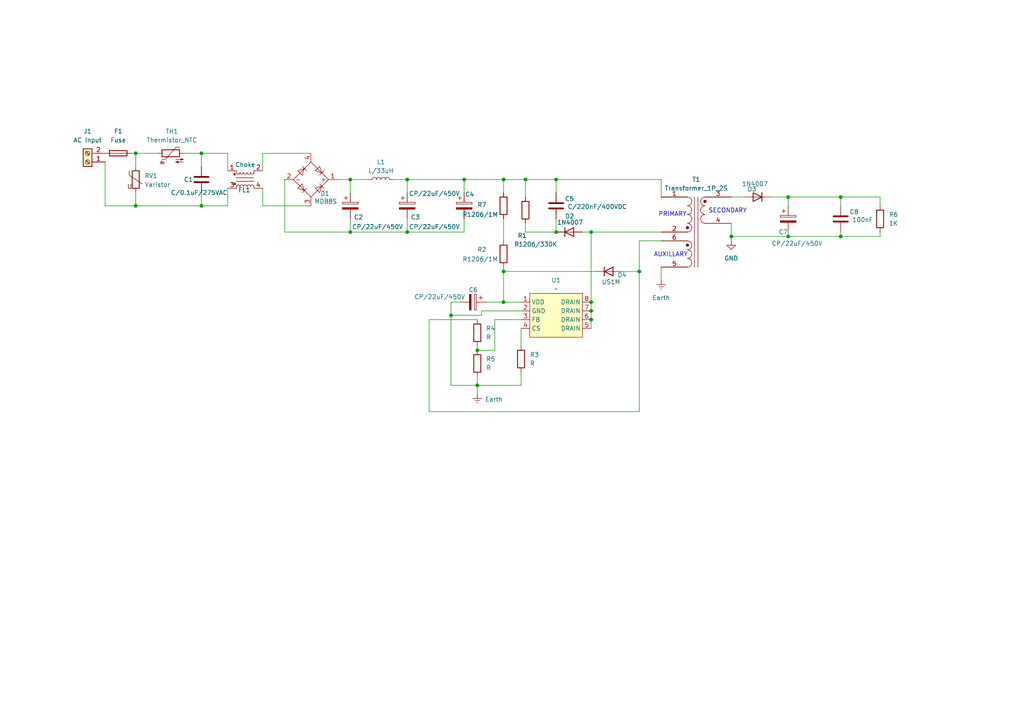
<source format=kicad_sch>
(kicad_sch (version 20231120) (generator "eeschema") (generator_version "8.0")
  (paper "A4")
  (lib_symbols
    (symbol "Connector:Screw_Terminal_01x02" (pin_names (offset 1.016) hide)
      (property "Reference" "J" (at 0 2.54 0))
      (property "Value" "Screw_Terminal_01x02" (at 0 -5.08 0))
      (symbol "Screw_Terminal_01x02_1_1"
        (rectangle (start -1.27 1.27) (end 1.27 -3.81) (stroke (width 0.254)) (fill (type background)))
        (circle (center 0 -2.54) (radius 0.635) (stroke (width 0.1524)))
        (polyline (pts (xy -0.5334 -2.2098) (xy 0.3302 -3.048)) (stroke (width 0.1524)))
        (polyline (pts (xy -0.5334 0.3302) (xy 0.3302 -0.508)) (stroke (width 0.1524)))
        (polyline (pts (xy -0.3556 -2.032) (xy 0.508 -2.8702)) (stroke (width 0.1524)))
        (polyline (pts (xy -0.3556 0.508) (xy 0.508 -0.3302)) (stroke (width 0.1524)))
        (circle (center 0 0) (radius 0.635) (stroke (width 0.1524)))
        (pin passive line (at -5.08 0 0) (length 3.81) (name "Pin_1") (number "1"))
        (pin passive line (at -5.08 -2.54 0) (length 3.81) (name "Pin_2") (number "2"))
      )
    )
    (symbol "Device:C" (pin_numbers hide) (pin_names (offset 0.254))
      (property "Reference" "C" (at 0.635 2.54 0))
      (property "Value" "C" (at 0.635 -2.54 0))
      (symbol "C_0_1"
        (polyline (pts (xy -2.032 -0.762) (xy 2.032 -0.762)) (stroke (width 0.508)))
        (polyline (pts (xy -2.032 0.762) (xy 2.032 0.762)) (stroke (width 0.508)))
      )
      (symbol "C_1_1"
        (pin passive line (at 0 3.81 270) (length 2.794) (name "~") (number "1"))
        (pin passive line (at 0 -3.81 90) (length 2.794) (name "~") (number "2"))
      )
    )
    (symbol "Device:C_Polarized" (pin_numbers hide) (pin_names (offset 0.254))
      (property "Reference" "C" (at 0.635 2.54 0))
      (property "Value" "C_Polarized" (at 0.635 -2.54 0))
      (symbol "C_Polarized_0_1"
        (rectangle (start -2.286 0.508) (end 2.286 1.016))
        (polyline (pts (xy -1.778 2.286) (xy -0.762 2.286)))
        (polyline (pts (xy -1.27 2.794) (xy -1.27 1.778)))
        (rectangle (start 2.286 -0.508) (end -2.286 -1.016) (fill (type outline)))
      )
      (symbol "C_Polarized_1_1"
        (pin passive line (at 0 3.81 270) (length 2.794) (name "~") (number "1"))
        (pin passive line (at 0 -3.81 90) (length 2.794) (name "~") (number "2"))
      )
    )
    (symbol "Device:Fuse" (pin_numbers hide) (pin_names (offset 0))
      (property "Reference" "F" (at 2.032 0 90))
      (property "Value" "Fuse" (at -1.905 0 90))
      (symbol "Fuse_0_1"
        (rectangle (start -0.762 -2.54) (end 0.762 2.54) (stroke (width 0.254)))
        (polyline (pts (xy 0 2.54) (xy 0 -2.54)))
      )
      (symbol "Fuse_1_1"
        (pin passive line (at 0 3.81 270) (length 1.27) (name "~") (number "1"))
        (pin passive line (at 0 -3.81 90) (length 1.27) (name "~") (number "2"))
      )
    )
    (symbol "Device:L" (pin_numbers hide) (pin_names (offset 1.016) hide)
      (property "Reference" "L" (at -1.27 0 90))
      (property "Value" "L" (at 1.905 0 90))
      (symbol "L_0_1"
        (arc (start 0 -2.54) (mid 0.6323 -1.905) (end 0 -1.27))
        (arc (start 0 -1.27) (mid 0.6323 -0.635) (end 0 0))
        (arc (start 0 0) (mid 0.6323 0.635) (end 0 1.27))
        (arc (start 0 1.27) (mid 0.6323 1.905) (end 0 2.54))
      )
      (symbol "L_1_1"
        (pin passive line (at 0 3.81 270) (length 1.27) (name "1") (number "1"))
        (pin passive line (at 0 -3.81 90) (length 1.27) (name "2") (number "2"))
      )
    )
    (symbol "Device:R" (pin_numbers hide) (pin_names (offset 0))
      (property "Reference" "R" (at 2.032 0 90))
      (property "Value" "R" (at 0 0 90))
      (symbol "R_0_1"
        (rectangle (start -1.016 -2.54) (end 1.016 2.54) (stroke (width 0.254)))
      )
      (symbol "R_1_1"
        (pin passive line (at 0 3.81 270) (length 1.27) (name "~") (number "1"))
        (pin passive line (at 0 -3.81 90) (length 1.27) (name "~") (number "2"))
      )
    )
    (symbol "Device:Thermistor_NTC" (pin_numbers hide) (pin_names (offset 0))
      (property "Reference" "TH" (at -4.445 0 90))
      (property "Value" "Thermistor_NTC" (at 3.175 0 90))
      (symbol "Thermistor_NTC_0_1"
        (arc (start -3.048 2.159) (mid -3.0495 2.3143) (end -3.175 2.413))
        (arc (start -3.048 2.159) (mid -2.9736 1.9794) (end -2.794 1.905))
        (arc (start -3.048 2.794) (mid -2.9736 2.6144) (end -2.794 2.54))
        (arc (start -2.794 1.905) (mid -2.6144 1.9794) (end -2.54 2.159))
        (arc (start -2.794 2.54) (mid -2.4393 2.5587) (end -2.159 2.794))
        (arc (start -2.794 3.048) (mid -2.9736 2.9736) (end -3.048 2.794))
        (arc (start -2.54 2.794) (mid -2.6144 2.9736) (end -2.794 3.048))
        (rectangle (start -1.016 2.54) (end 1.016 -2.54) (stroke (width 0.254)))
        (polyline (pts (xy -2.54 2.159) (xy -2.54 2.794)))
        (polyline (pts (xy -1.778 2.54) (xy -1.778 1.524) (xy 1.778 -1.524) (xy 1.778 -2.54)))
        (polyline (pts (xy -2.54 -3.683) (xy -2.54 -1.397) (xy -2.794 -2.159) (xy -2.286 -2.159) (xy -2.54 -1.397) (xy -2.54 -1.651)) (fill (type outline)))
        (polyline (pts (xy -1.778 -1.397) (xy -1.778 -3.683) (xy -2.032 -2.921) (xy -1.524 -2.921) (xy -1.778 -3.683) (xy -1.778 -3.429)) (fill (type outline)))
      )
      (symbol "Thermistor_NTC_1_1"
        (pin passive line (at 0 3.81 270) (length 1.27) (name "~") (number "1"))
        (pin passive line (at 0 -3.81 90) (length 1.27) (name "~") (number "2"))
      )
    )
    (symbol "Device:Transformer_1P_2S" (pin_names (offset 1.016) hide)
      (property "Reference" "T1" (at 0 15.24 0))
      (property "Value" "Transformer_1P_2S" (at 0 12.7 0))
      (symbol "Transformer_1P_2S_0_1"
        (arc (start -2.54 -10.16) (mid -1.642 -9.788) (end -1.2954 -8.89))
        (arc (start -2.54 -7.62) (mid -1.642 -7.248) (end -1.2954 -6.35))
        (arc (start -2.54 -5.08) (mid -1.642 -4.708) (end -1.2954 -3.81))
        (arc (start -2.54 0.0254) (mid -1.6599 0.3899) (end -1.27 1.27))
        (arc (start -2.54 2.5654) (mid -1.6599 2.9299) (end -1.27 3.81))
        (arc (start -2.54 5.1054) (mid -1.6599 5.4699) (end -1.27 6.35))
        (arc (start -2.54 7.6454) (mid -1.6599 8.0099) (end -1.27 8.89))
        (arc (start -1.2954 -8.89) (mid -1.6599 -8.0099) (end -2.54 -7.6454))
        (arc (start -1.2954 -6.35) (mid -1.6599 -5.4699) (end -2.54 -5.1054))
        (arc (start -1.2954 -3.81) (mid -1.6599 -2.9299) (end -2.54 -2.5654))
        (arc (start -1.27 1.27) (mid -1.642 2.168) (end -2.54 2.54))
        (arc (start -1.27 3.81) (mid -1.642 4.708) (end -2.54 5.08))
        (arc (start -1.27 6.35) (mid -1.642 7.248) (end -2.54 7.62))
        (arc (start -1.27 8.89) (mid -1.642 9.788) (end -2.54 10.16))
        (polyline (pts (xy -0.508 -10.16) (xy -0.508 10.16)))
        (polyline (pts (xy 0.508 10.16) (xy 0.508 -10.16)))
        (arc (start 1.2954 3.81) (mid 1.6599 2.9299) (end 2.54 2.5654))
        (arc (start 1.2954 6.35) (mid 1.6599 5.4699) (end 2.54 5.1054))
        (arc (start 1.2954 8.89) (mid 1.6599 8.0099) (end 2.54 7.6454))
        (arc (start 2.54 5.08) (mid 1.642 4.708) (end 1.2954 3.81))
        (arc (start 2.54 7.62) (mid 1.642 7.248) (end 1.2954 6.35))
        (arc (start 2.54 10.16) (mid 1.642 9.788) (end 1.2954 8.89))
      )
      (symbol "Transformer_1P_2S_1_1"
        (circle (center -2.54 -3.81) (radius 0.381) (fill (type outline)))
        (circle (center -2.54 1.27) (radius 0.381) (fill (type outline)))
        (circle (center 2.54 8.89) (radius 0.381) (fill (type outline)))
        (pin passive line (at -10.16 10.16 0) (length 7.62) (name "AA") (number "1"))
        (pin passive line (at -10.16 0 0) (length 7.62) (name "AB") (number "2"))
        (pin passive line (at 10.16 10.16 180) (length 7.62) (name "SA") (number "3"))
        (pin passive line (at 10.16 2.54 180) (length 7.62) (name "SB") (number "4"))
        (pin passive line (at -10.16 -10.16 0) (length 7.62) (name "SC") (number "5"))
        (pin passive line (at -10.16 -2.54 0) (length 7.62) (name "SD") (number "6"))
      )
    )
    (symbol "Device:Varistor" (pin_numbers hide) (pin_names (offset 0))
      (property "Reference" "RV" (at 3.175 0 90))
      (property "Value" "Varistor" (at -3.175 0 90))
      (symbol "Varistor_0_0"
        (text "U" (at -1.778 -2.032 0) (effects (font (size 1.27 1.27))))
      )
      (symbol "Varistor_0_1"
        (rectangle (start -1.016 -2.54) (end 1.016 2.54) (stroke (width 0.254)))
        (polyline (pts (xy -1.905 2.54) (xy -1.905 1.27) (xy 1.905 -1.27)))
      )
      (symbol "Varistor_1_1"
        (pin passive line (at 0 3.81 270) (length 1.27) (name "~") (number "1"))
        (pin passive line (at 0 -3.81 90) (length 1.27) (name "~") (number "2"))
      )
    )
    (symbol "Diode:1N4007" (pin_numbers hide) (pin_names hide)
      (property "Reference" "D" (at 0 2.54 0))
      (property "Value" "1N4007" (at 0 -2.54 0))
      (symbol "1N4007_0_1"
        (polyline (pts (xy -1.27 1.27) (xy -1.27 -1.27)) (stroke (width 0.254)))
        (polyline (pts (xy 1.27 0) (xy -1.27 0)))
        (polyline (pts (xy 1.27 1.27) (xy 1.27 -1.27) (xy -1.27 0) (xy 1.27 1.27)) (stroke (width 0.254)))
      )
      (symbol "1N4007_1_1"
        (pin passive line (at -3.81 0 0) (length 2.54) (name "K") (number "1"))
        (pin passive line (at 3.81 0 180) (length 2.54) (name "A") (number "2"))
      )
    )
    (symbol "Diode_Bridge:MDB8S"
      (property "Reference" "D" (at 3.81 6.35 0))
      (property "Value" "MDB8S" (at 6.35 3.81 0))
      (symbol "MDB8S_1_1"
        (polyline (pts (xy -2.54 3.81) (xy -1.27 2.54)))
        (polyline (pts (xy -1.27 -2.54) (xy -2.54 -3.81)))
        (polyline (pts (xy 2.54 -1.27) (xy 3.81 -2.54)))
        (polyline (pts (xy 2.54 1.27) (xy 3.81 2.54)))
        (polyline (pts (xy -3.81 2.54) (xy -2.54 1.27) (xy -1.905 3.175) (xy -3.81 2.54)))
        (polyline (pts (xy -2.54 -1.27) (xy -3.81 -2.54) (xy -1.905 -3.175) (xy -2.54 -1.27)))
        (polyline (pts (xy 1.27 2.54) (xy 2.54 3.81) (xy 3.175 1.905) (xy 1.27 2.54)))
        (polyline (pts (xy 3.175 -1.905) (xy 1.27 -2.54) (xy 2.54 -3.81) (xy 3.175 -1.905)))
        (polyline (pts (xy -5.08 0) (xy 0 -5.08) (xy 5.08 0) (xy 0 5.08) (xy -5.08 0)))
        (pin passive line (at 7.62 0 180) (length 2.54) (name "+") (number "1"))
        (pin passive line (at -7.62 0 0) (length 2.54) (name "-") (number "2"))
        (pin passive line (at 0 -7.62 90) (length 2.54) (name "~") (number "3"))
        (pin passive line (at 0 7.62 270) (length 2.54) (name "~") (number "4"))
      )
    )
    (symbol "Filter:Choke_Schaffner_RN102-0.3-02-12M" (pin_names hide)
      (property "Reference" "FL" (at 0 5.08 0))
      (property "Value" "Choke_Schaffner_RN102-0.3-02-12M" (at 0 -5.08 0))
      (symbol "Choke_Schaffner_RN102-0.3-02-12M_1_1"
        (circle (center -3.048 -1.27) (radius 0.254) (fill (type outline)))
        (circle (center -3.048 1.524) (radius 0.254) (fill (type outline)))
        (arc (start -2.54 2.032) (mid -2.032 1.5262) (end -1.524 2.032))
        (arc (start -1.524 -2.032) (mid -2.032 -1.5262) (end -2.54 -2.032))
        (arc (start -1.524 2.032) (mid -1.016 1.5262) (end -0.508 2.032))
        (arc (start -0.508 -2.032) (mid -1.016 -1.5262) (end -1.524 -2.032))
        (arc (start -0.508 2.032) (mid 0 1.5262) (end 0.508 2.032))
        (polyline (pts (xy -2.54 -2.032) (xy -2.54 -2.54)))
        (polyline (pts (xy -2.54 0.508) (xy 2.54 0.508)))
        (polyline (pts (xy -2.54 2.032) (xy -2.54 2.54)))
        (polyline (pts (xy 2.54 -2.032) (xy 2.54 -2.54)))
        (polyline (pts (xy 2.54 -0.508) (xy -2.54 -0.508)))
        (polyline (pts (xy 2.54 2.54) (xy 2.54 2.032)))
        (arc (start 0.508 -2.032) (mid 0 -1.5262) (end -0.508 -2.032))
        (arc (start 0.508 2.032) (mid 1.016 1.5262) (end 1.524 2.032))
        (arc (start 1.524 -2.032) (mid 1.016 -1.5262) (end 0.508 -2.032))
        (arc (start 1.524 2.032) (mid 2.032 1.5262) (end 2.54 2.032))
        (arc (start 2.54 -2.032) (mid 2.032 -1.5262) (end 1.524 -2.032))
        (pin passive line (at -5.08 2.54 0) (length 2.54) (name "1") (number "1"))
        (pin passive line (at 5.08 2.54 180) (length 2.54) (name "2") (number "2"))
        (pin passive line (at -5.08 -2.54 0) (length 2.54) (name "3") (number "3"))
        (pin passive line (at 5.08 -2.54 180) (length 2.54) (name "4") (number "4"))
      )
    )
    (symbol "HARDWARE_DFM:KP21827"
      (property "Reference" "U" (at 0 9.144 0))
      (symbol "KP21827_1_1"
        (rectangle (start -7.62 6.35) (end 7.62 -6.35) (fill (type background)))
        (pin input line (at -10.16 3.81 0) (length 2.54) (name "VDD") (number "1"))
        (pin input line (at -10.16 1.27 0) (length 2.54) (name "GND") (number "2"))
        (pin input line (at -10.16 -1.27 0) (length 2.54) (name "FB") (number "3"))
        (pin input line (at -10.16 -3.81 0) (length 2.54) (name "CS") (number "4"))
        (pin input line (at 10.16 -3.81 180) (length 2.54) (name "DRAIN") (number "5"))
        (pin input line (at 10.16 -1.27 180) (length 2.54) (name "DRAIN") (number "6"))
        (pin input line (at 10.16 1.27 180) (length 2.54) (name "DRAIN") (number "7"))
        (pin input line (at 10.16 3.81 180) (length 2.54) (name "DRAIN") (number "8"))
      )
    )
    (symbol "power:Earth" (power) (pin_numbers hide) (pin_names (offset 0) hide)
      (property "Value" "Earth" (at 0 -3.81 0))
      (symbol "Earth_0_1"
        (polyline (pts (xy -0.635 -1.905) (xy 0.635 -1.905)))
        (polyline (pts (xy -0.127 -2.54) (xy 0.127 -2.54)))
        (polyline (pts (xy 0 -1.27) (xy 0 0)))
        (polyline (pts (xy 1.27 -1.27) (xy -1.27 -1.27)))
      )
      (symbol "Earth_1_1"
        (pin power_in line (at 0 0 270) (length 0) (name "~") (number "1"))
      )
    )
    (symbol "power:GND" (power) (pin_numbers hide) (pin_names (offset 0) hide)
      (property "Value" "GND" (at 0 -3.81 0))
      (symbol "GND_0_1"
        (polyline (pts (xy 0 0) (xy 0 -1.27) (xy 1.27 -1.27) (xy 0 -2.54) (xy -1.27 -1.27) (xy 0 -1.27)))
      )
      (symbol "GND_1_1"
        (pin power_in line (at 0 0 270) (length 0) (name "~") (number "1"))
      )
    )
  )
  (junction (at 228.6 57.15))
  (junction (at 130.81 91.44))
  (junction (at 138.43 111.76))
  (junction (at 152.4 52.07))
  (junction (at 101.6 52.07))
  (junction (at 146.05 78.74))
  (junction (at 243.84 57.15))
  (junction (at 39.37 59.69))
  (junction (at 161.29 52.07))
  (junction (at 228.6 68.58))
  (junction (at 243.84 68.58))
  (junction (at 101.6 67.31))
  (junction (at 134.62 52.07))
  (junction (at 185.42 78.74))
  (junction (at 58.42 44.45))
  (junction (at 171.45 92.71))
  (junction (at 146.05 52.07))
  (junction (at 146.05 87.63))
  (junction (at 138.43 101.6))
  (junction (at 171.45 87.63))
  (junction (at 58.42 59.69))
  (junction (at 171.45 90.17))
  (junction (at 161.29 67.31))
  (junction (at 118.11 52.07))
  (junction (at 118.11 67.31))
  (junction (at 39.37 44.45))
  (junction (at 212.09 68.58))
  (junction (at 171.45 67.31))
  (wire (pts (xy 82.55 67.31) (xy 101.6 67.31)))
  (wire (pts (xy 146.05 77.47) (xy 146.05 78.74)))
  (wire (pts (xy 243.84 57.15) (xy 243.84 59.69)))
  (wire (pts (xy 151.13 92.71) (xy 143.51 92.71)))
  (wire (pts (xy 243.84 57.15) (xy 255.27 57.15)))
  (wire (pts (xy 171.45 87.63) (xy 171.45 90.17)))
  (wire (pts (xy 76.2 59.69) (xy 90.17 59.69)))
  (wire (pts (xy 124.46 119.38) (xy 185.42 119.38)))
  (wire (pts (xy 212.09 68.58) (xy 228.6 68.58)))
  (wire (pts (xy 161.29 52.07) (xy 191.77 52.07)))
  (wire (pts (xy 76.2 44.45) (xy 90.17 44.45)))
  (wire (pts (xy 114.3 52.07) (xy 118.11 52.07)))
  (wire (pts (xy 152.4 52.07) (xy 161.29 52.07)))
  (wire (pts (xy 30.48 46.99) (xy 30.48 59.69)))
  (wire (pts (xy 39.37 55.88) (xy 39.37 59.69)))
  (wire (pts (xy 101.6 52.07) (xy 101.6 55.88)))
  (wire (pts (xy 152.4 64.77) (xy 152.4 67.31)))
  (wire (pts (xy 215.9 57.15) (xy 212.09 57.15)))
  (wire (pts (xy 58.42 44.45) (xy 66.04 44.45)))
  (wire (pts (xy 171.45 67.31) (xy 171.45 87.63)))
  (wire (pts (xy 39.37 44.45) (xy 45.72 44.45)))
  (wire (pts (xy 139.7 91.44) (xy 139.7 90.17)))
  (wire (pts (xy 143.51 101.6) (xy 138.43 101.6)))
  (wire (pts (xy 76.2 54.61) (xy 76.2 59.69)))
  (wire (pts (xy 146.05 78.74) (xy 146.05 87.63)))
  (wire (pts (xy 212.09 69.85) (xy 212.09 68.58)))
  (wire (pts (xy 138.43 100.33) (xy 138.43 101.6)))
  (wire (pts (xy 138.43 111.76) (xy 138.43 114.3)))
  (wire (pts (xy 58.42 59.69) (xy 66.04 59.69)))
  (wire (pts (xy 118.11 52.07) (xy 134.62 52.07)))
  (wire (pts (xy 53.34 44.45) (xy 58.42 44.45)))
  (wire (pts (xy 130.81 111.76) (xy 138.43 111.76)))
  (wire (pts (xy 152.4 67.31) (xy 161.29 67.31)))
  (wire (pts (xy 76.2 49.53) (xy 76.2 44.45)))
  (wire (pts (xy 118.11 67.31) (xy 134.62 67.31)))
  (wire (pts (xy 130.81 87.63) (xy 133.35 87.63)))
  (wire (pts (xy 130.81 91.44) (xy 130.81 111.76)))
  (wire (pts (xy 118.11 67.31) (xy 101.6 67.31)))
  (wire (pts (xy 134.62 52.07) (xy 134.62 55.88)))
  (wire (pts (xy 171.45 92.71) (xy 171.45 95.25)))
  (wire (pts (xy 161.29 55.88) (xy 161.29 52.07)))
  (wire (pts (xy 212.09 68.58) (xy 212.09 64.77)))
  (wire (pts (xy 101.6 52.07) (xy 106.68 52.07)))
  (wire (pts (xy 255.27 68.58) (xy 243.84 68.58)))
  (wire (pts (xy 146.05 63.5) (xy 146.05 69.85)))
  (wire (pts (xy 30.48 59.69) (xy 39.37 59.69)))
  (wire (pts (xy 152.4 57.15) (xy 152.4 52.07)))
  (wire (pts (xy 191.77 52.07) (xy 191.77 57.15)))
  (wire (pts (xy 66.04 54.61) (xy 66.04 59.69)))
  (wire (pts (xy 185.42 69.85) (xy 191.77 69.85)))
  (wire (pts (xy 138.43 92.71) (xy 124.46 92.71)))
  (wire (pts (xy 66.04 49.53) (xy 66.04 44.45)))
  (wire (pts (xy 143.51 92.71) (xy 143.51 101.6)))
  (wire (pts (xy 101.6 67.31) (xy 101.6 63.5)))
  (wire (pts (xy 255.27 57.15) (xy 255.27 59.69)))
  (wire (pts (xy 140.97 87.63) (xy 146.05 87.63)))
  (wire (pts (xy 97.79 52.07) (xy 101.6 52.07)))
  (wire (pts (xy 255.27 67.31) (xy 255.27 68.58)))
  (wire (pts (xy 38.1 44.45) (xy 39.37 44.45)))
  (wire (pts (xy 151.13 95.25) (xy 151.13 100.33)))
  (wire (pts (xy 118.11 52.07) (xy 118.11 55.88)))
  (wire (pts (xy 146.05 87.63) (xy 151.13 87.63)))
  (wire (pts (xy 185.42 119.38) (xy 185.42 78.74)))
  (wire (pts (xy 82.55 52.07) (xy 82.55 67.31)))
  (wire (pts (xy 243.84 68.58) (xy 243.84 67.31)))
  (wire (pts (xy 58.42 44.45) (xy 58.42 48.26)))
  (wire (pts (xy 39.37 59.69) (xy 58.42 59.69)))
  (wire (pts (xy 146.05 52.07) (xy 152.4 52.07)))
  (wire (pts (xy 185.42 69.85) (xy 185.42 78.74)))
  (wire (pts (xy 180.34 78.74) (xy 185.42 78.74)))
  (wire (pts (xy 124.46 92.71) (xy 124.46 119.38)))
  (wire (pts (xy 171.45 67.31) (xy 191.77 67.31)))
  (wire (pts (xy 191.77 77.47) (xy 191.77 81.28)))
  (wire (pts (xy 161.29 63.5) (xy 161.29 67.31)))
  (wire (pts (xy 228.6 57.15) (xy 228.6 59.69)))
  (wire (pts (xy 146.05 52.07) (xy 146.05 55.88)))
  (wire (pts (xy 146.05 78.74) (xy 172.72 78.74)))
  (wire (pts (xy 118.11 63.5) (xy 118.11 67.31)))
  (wire (pts (xy 130.81 91.44) (xy 139.7 91.44)))
  (wire (pts (xy 151.13 107.95) (xy 151.13 111.76)))
  (wire (pts (xy 39.37 44.45) (xy 39.37 48.26)))
  (wire (pts (xy 58.42 55.88) (xy 58.42 59.69)))
  (wire (pts (xy 134.62 63.5) (xy 134.62 67.31)))
  (wire (pts (xy 168.91 67.31) (xy 171.45 67.31)))
  (wire (pts (xy 139.7 90.17) (xy 151.13 90.17)))
  (wire (pts (xy 138.43 109.22) (xy 138.43 111.76)))
  (wire (pts (xy 228.6 68.58) (xy 228.6 67.31)))
  (wire (pts (xy 171.45 90.17) (xy 171.45 92.71)))
  (wire (pts (xy 130.81 87.63) (xy 130.81 91.44)))
  (wire (pts (xy 228.6 68.58) (xy 243.84 68.58)))
  (wire (pts (xy 223.52 57.15) (xy 228.6 57.15)))
  (wire (pts (xy 151.13 111.76) (xy 138.43 111.76)))
  (wire (pts (xy 134.62 52.07) (xy 146.05 52.07)))
  (wire (pts (xy 228.6 57.15) (xy 243.84 57.15)))
  (text "AUXILLARY\n" (at 194.564 73.914 0) (effects (font (size 1.27 1.27))))
  (text "PRIMARY\n" (at 195.072 62.23 0) (effects (font (size 1.27 1.27))))
  (text "SECONDARY\n" (at 211.074 61.214 0) (effects (font (size 1.27 1.27))))
  (symbol (lib_id "Diode:1N4007") (at 165.1 67.31 0) (unit 1)
    (property "Reference" "D2" (at 163.83 62.738 0) (effects (justify left)))
    (property "Value" "1N4007" (at 161.544 64.516 0) (effects (justify left)))
    (property "Footprint" "Diode_THT:D_DO-41_SOD81_P10.16mm_Horizontal" (effects (hide yes)))
    (property "Datasheet" "http://www.vishay.com/docs/88503/1n4001.pdf" (effects (hide yes)))
    (property "Description" "1000V 1A General Purpose Rectifier Diode, DO-41" (effects (hide yes)))
    (property "Sim.Device" "D" (effects (hide yes)))
    (property "Sim.Pins" "1=K 2=A" (effects (hide yes)))
  )
  (symbol (lib_id "Device:Varistor") (at 39.37 52.07 0) (unit 1)
    (property "Reference" "RV1" (at 41.91 50.9932 0) (effects (justify left)))
    (property "Value" "Varistor" (at 41.91 53.5332 0) (effects (justify left)))
    (property "Description" "Voltage dependent resistor" (effects (hide yes)))
    (property "Sim.Name" "kicad_builtin_varistor" (effects (hide yes)))
    (property "Sim.Device" "SUBCKT" (effects (hide yes)))
    (property "Sim.Pins" "1=A 2=B" (effects (hide yes)))
    (property "Sim.Params" "threshold=1k" (effects (hide yes)))
    (property "Sim.Library" "${KICAD7_SYMBOL_DIR}/Simulation_SPICE.sp" (effects (hide yes)))
  )
  (symbol (lib_id "Device:R") (at 255.27 63.5 180) (unit 1)
    (property "Reference" "R6" (at 257.81 62.2299 0) (effects (justify right)))
    (property "Value" "1K" (at 257.81 64.7699 0) (effects (justify right)))
    (property "Description" "Resistor" (effects (hide yes)))
  )
  (symbol (lib_id "Device:C_Polarized") (at 228.6 63.5 0) (unit 1)
    (property "Reference" "C7" (at 225.806 67.31 0) (effects (justify left)))
    (property "Value" "CP/22uF/450V" (at 223.774 70.612 0) (effects (justify left)))
    (property "Description" "Polarized capacitor" (effects (hide yes)))
  )
  (symbol (lib_id "Device:C_Polarized") (at 101.6 59.69 0) (unit 1)
    (property "Reference" "C2" (at 102.616 62.992 0) (effects (justify left)))
    (property "Value" "CP/22uF/450V" (at 102.108 65.786 0) (effects (justify left)))
    (property "Footprint" "Capacitor_THT:CP_Radial_D12.5mm_P5.00mm" (effects (hide yes)))
    (property "Description" "Polarized capacitor" (effects (hide yes)))
  )
  (symbol (lib_id "Device:R") (at 146.05 59.69 0) (unit 1)
    (property "Reference" "R7" (at 138.43 59.436 0) (effects (justify left)))
    (property "Value" "R1206/1M" (at 134.112 62.23 0) (effects (justify left)))
    (property "Description" "Resistor" (effects (hide yes)))
  )
  (symbol (lib_id "HARDWARE_DFM:KP21827") (at 161.29 91.44 0) (unit 1)
    (property "Reference" "U1" (at 161.29 81.28 0))
    (property "Value" "~" (at 161.29 83.82 0))
    (property "Footprint" "Package_DIP:DIP-8_W7.62mm" (effects (hide yes)))
  )
  (symbol (lib_id "Device:C") (at 161.29 59.69 0) (unit 1)
    (property "Reference" "C5" (at 163.83 57.658 0) (effects (justify left)))
    (property "Value" "C/220nF/400VDC" (at 164.592 59.944 0) (effects (justify left)))
    (property "Footprint" "Capacitor_THT:C_Rect_L18.0mm_W6.0mm_P15.00mm_FKS3_FKP3" (effects (hide yes)))
    (property "Description" "Unpolarized capacitor" (effects (hide yes)))
  )
  (symbol (lib_id "power:Earth") (at 191.77 81.28 0) (unit 1)
    (property "Reference" "#PWR2" (effects (hide yes)))
    (property "Value" "Earth" (at 191.77 86.36 0))
    (property "Description" "Power symbol creates a global label with name \"Earth\"" (effects (hide yes)))
  )
  (symbol (lib_id "power:Earth") (at 138.43 114.3 0) (unit 1)
    (property "Reference" "#PWR4" (effects (hide yes)))
    (property "Value" "Earth" (at 143.256 115.824 0))
    (property "Description" "Power symbol creates a global label with name \"Earth\"" (effects (hide yes)))
  )
  (symbol (lib_id "Filter:Choke_Schaffner_RN102-0.3-02-12M") (at 71.12 52.07 0) (unit 1)
    (property "Reference" "FL1" (at 70.866 55.118 0))
    (property "Value" "Choke" (at 71.12 47.752 0))
    (property "Datasheet" "https://www.schaffner.com/products/download/product/datasheet/rn-series-common-mode-chokes-new/" (effects (hide yes)))
    (property "Description" "Common mode choke, 300mA, 300VAC, 12mH, 1.1 ohm, RN-102" (effects (hide yes)))
  )
  (symbol (lib_id "Diode:1N4007") (at 219.71 57.15 180) (unit 1)
    (property "Reference" "D3" (at 219.456 54.864 0) (effects (justify left)))
    (property "Value" "1N4007" (at 222.758 53.34 0) (effects (justify left)))
    (property "Footprint" "Diode_THT:D_DO-41_SOD81_P10.16mm_Horizontal" (effects (hide yes)))
    (property "Datasheet" "http://www.vishay.com/docs/88503/1n4001.pdf" (effects (hide yes)))
    (property "Description" "1000V 1A General Purpose Rectifier Diode, DO-41" (effects (hide yes)))
    (property "Sim.Device" "D" (effects (hide yes)))
    (property "Sim.Pins" "1=K 2=A" (effects (hide yes)))
  )
  (symbol (lib_id "Connector:Screw_Terminal_01x02") (at 25.4 46.99 180) (unit 1)
    (property "Reference" "J1" (at 25.4 38.1 0))
    (property "Value" "AC Input" (at 25.4 40.64 0))
    (property "Description" "Generic screw terminal, single row, 01x02, script generated (kicad-library-utils/schlib/autogen/connector/)" (effects (hide yes)))
  )
  (symbol (lib_id "Device:C_Polarized") (at 137.16 87.63 270) (unit 1)
    (property "Reference" "C6" (at 135.89 84.074 90) (effects (justify left)))
    (property "Value" "CP/22uF/450V" (at 120.142 86.106 90) (effects (justify left)))
    (property "Description" "Polarized capacitor" (effects (hide yes)))
  )
  (symbol (lib_id "Device:Fuse") (at 34.29 44.45 90) (unit 1)
    (property "Reference" "F1" (at 34.29 38.1 90))
    (property "Value" "Fuse" (at 34.29 40.64 90))
    (property "Footprint" "MinhDfm:FUSE_T2A250V" (effects (hide yes)))
    (property "Description" "Fuse" (effects (hide yes)))
  )
  (symbol (lib_id "Device:L") (at 110.49 52.07 90) (unit 1)
    (property "Reference" "L1" (at 110.49 46.99 90))
    (property "Value" "L/33uH" (at 110.49 49.53 90))
    (property "Description" "Inductor" (effects (hide yes)))
  )
  (symbol (lib_id "Device:Transformer_1P_2S") (at 201.93 67.31 0) (unit 1)
    (property "Reference" "T1" (at 201.93 52.07 0))
    (property "Value" "Transformer_1P_2S" (at 201.93 54.61 0))
    (property "Description" "Transformer, single primary, dual secondary" (effects (hide yes)))
  )
  (symbol (lib_id "Device:Thermistor_NTC") (at 49.53 44.45 90) (unit 1)
    (property "Reference" "TH1" (at 49.8475 38.1 90))
    (property "Value" "Thermistor_NTC" (at 49.8475 40.64 90))
    (property "Description" "Temperature dependent resistor, negative temperature coefficient" (effects (hide yes)))
  )
  (symbol (lib_id "Device:R") (at 152.4 60.96 180) (unit 1)
    (property "Reference" "R1" (at 150.114 68.326 0) (effects (justify right)))
    (property "Value" "R1206/330K" (at 149.098 70.866 0) (effects (justify right)))
    (property "Description" "Resistor" (effects (hide yes)))
  )
  (symbol (lib_id "Device:C") (at 58.42 52.07 0) (unit 1)
    (property "Reference" "C1" (at 53.34 52.07 0) (effects (justify left)))
    (property "Value" "C/0.1uF/275VAC" (at 49.53 55.88 0) (effects (justify left)))
    (property "Footprint" "Capacitor_THT:C_Rect_L16.5mm_W6.0mm_P15.00mm_MKT" (effects (hide yes)))
    (property "Description" "Unpolarized capacitor" (effects (hide yes)))
  )
  (symbol (lib_id "Device:R") (at 138.43 96.52 0) (unit 1)
    (property "Reference" "R4" (at 140.97 95.2499 0) (effects (justify left)))
    (property "Value" "R" (at 140.97 97.7899 0) (effects (justify left)))
    (property "Description" "Resistor" (effects (hide yes)))
  )
  (symbol (lib_id "Diode:1N4007") (at 176.53 78.74 0) (unit 1)
    (property "Reference" "D4" (at 179.07 79.756 0) (effects (justify left)))
    (property "Value" "US1M" (at 174.498 81.788 0) (effects (justify left)))
    (property "Footprint" "Diode_THT:D_DO-41_SOD81_P10.16mm_Horizontal" (effects (hide yes)))
    (property "Datasheet" "http://www.vishay.com/docs/88503/1n4001.pdf" (effects (hide yes)))
    (property "Description" "1000V 1A General Purpose Rectifier Diode, DO-41" (effects (hide yes)))
    (property "Sim.Device" "D" (effects (hide yes)))
    (property "Sim.Pins" "1=K 2=A" (effects (hide yes)))
  )
  (symbol (lib_id "Device:R") (at 146.05 73.66 0) (unit 1)
    (property "Reference" "R2" (at 138.43 72.39 0) (effects (justify left)))
    (property "Value" "R1206/1M" (at 134.112 75.184 0) (effects (justify left)))
    (property "Description" "Resistor" (effects (hide yes)))
  )
  (symbol (lib_id "Diode_Bridge:MDB8S") (at 90.17 52.07 0) (unit 1)
    (property "Reference" "D1" (at 94.234 56.134 0))
    (property "Value" "MDB8S" (at 94.488 58.42 0))
    (property "Footprint" "Package_SO:TSSOP-4_4.4x5mm_P4mm" (effects (hide yes)))
    (property "Datasheet" "https://www.onsemi.com/pub/Collateral/MDB8S-D.PDF" (effects (hide yes)))
    (property "Description" "Single-Phase Bridge Rectifier, 560V Vrms, 1A If, TSSOP-4" (effects (hide yes)))
  )
  (symbol (lib_id "Device:R") (at 151.13 104.14 0) (unit 1)
    (property "Reference" "R3" (at 153.67 102.8699 0) (effects (justify left)))
    (property "Value" "R" (at 153.67 105.4099 0) (effects (justify left)))
    (property "Description" "Resistor" (effects (hide yes)))
  )
  (symbol (lib_id "Device:C") (at 243.84 63.5 0) (unit 1)
    (property "Reference" "C8" (at 246.38 61.468 0) (effects (justify left)))
    (property "Value" "100nF" (at 247.142 63.754 0) (effects (justify left)))
    (property "Footprint" "Capacitor_SMD:C_0603_1608Metric" (effects (hide yes)))
    (property "Description" "Unpolarized capacitor" (effects (hide yes)))
  )
  (symbol (lib_id "Device:R") (at 138.43 105.41 0) (unit 1)
    (property "Reference" "R5" (at 140.97 104.1399 0) (effects (justify left)))
    (property "Value" "R" (at 140.97 106.6799 0) (effects (justify left)))
    (property "Description" "Resistor" (effects (hide yes)))
  )
  (symbol (lib_id "power:GND") (at 212.09 69.85 0) (unit 1)
    (property "Reference" "#PWR1" (effects (hide yes)))
    (property "Value" "GND" (at 212.09 74.93 0))
    (property "Description" "Power symbol creates a global label with name \"GND\" , ground" (effects (hide yes)))
  )
  (symbol (lib_id "Device:C_Polarized") (at 134.62 59.69 0) (unit 1)
    (property "Reference" "C4" (at 134.874 56.388 0) (effects (justify left)))
    (property "Value" "CP/22uF/450V" (at 118.618 56.134 0) (effects (justify left)))
    (property "Footprint" "Capacitor_THT:CP_Radial_D12.5mm_P5.00mm" (effects (hide yes)))
    (property "Description" "Polarized capacitor" (effects (hide yes)))
  )
  (symbol (lib_id "Device:C_Polarized") (at 118.11 59.69 0) (unit 1)
    (property "Reference" "C3" (at 119.126 62.992 0) (effects (justify left)))
    (property "Value" "CP/22uF/450V" (at 118.618 65.786 0) (effects (justify left)))
    (property "Footprint" "Capacitor_THT:CP_Radial_D12.5mm_P5.00mm" (effects (hide yes)))
    (property "Description" "Polarized capacitor" (effects (hide yes)))
  )
)
</source>
